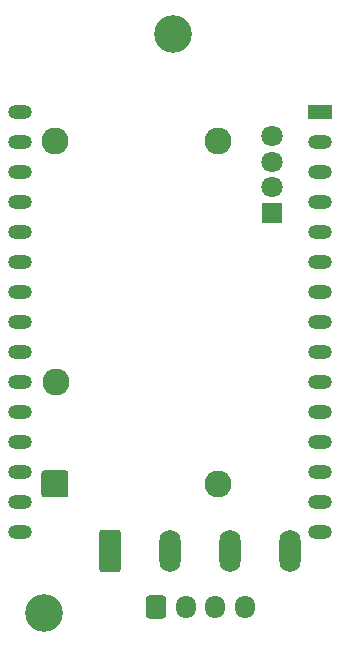
<source format=gbr>
%TF.GenerationSoftware,KiCad,Pcbnew,8.0.8+1*%
%TF.CreationDate,2025-02-28T13:13:44+11:00*%
%TF.ProjectId,vichyctl,76696368-7963-4746-9c2e-6b696361645f,rev?*%
%TF.SameCoordinates,Original*%
%TF.FileFunction,Soldermask,Bot*%
%TF.FilePolarity,Negative*%
%FSLAX46Y46*%
G04 Gerber Fmt 4.6, Leading zero omitted, Abs format (unit mm)*
G04 Created by KiCad (PCBNEW 8.0.8+1) date 2025-02-28 13:13:44*
%MOMM*%
%LPD*%
G01*
G04 APERTURE LIST*
G04 Aperture macros list*
%AMRoundRect*
0 Rectangle with rounded corners*
0 $1 Rounding radius*
0 $2 $3 $4 $5 $6 $7 $8 $9 X,Y pos of 4 corners*
0 Add a 4 corners polygon primitive as box body*
4,1,4,$2,$3,$4,$5,$6,$7,$8,$9,$2,$3,0*
0 Add four circle primitives for the rounded corners*
1,1,$1+$1,$2,$3*
1,1,$1+$1,$4,$5*
1,1,$1+$1,$6,$7*
1,1,$1+$1,$8,$9*
0 Add four rect primitives between the rounded corners*
20,1,$1+$1,$2,$3,$4,$5,0*
20,1,$1+$1,$4,$5,$6,$7,0*
20,1,$1+$1,$6,$7,$8,$9,0*
20,1,$1+$1,$8,$9,$2,$3,0*%
G04 Aperture macros list end*
%ADD10RoundRect,0.250000X-0.600000X-0.725000X0.600000X-0.725000X0.600000X0.725000X-0.600000X0.725000X0*%
%ADD11O,1.700000X1.950000*%
%ADD12RoundRect,0.250000X-0.650000X-1.550000X0.650000X-1.550000X0.650000X1.550000X-0.650000X1.550000X0*%
%ADD13O,1.800000X3.600000*%
%ADD14RoundRect,0.250000X-0.893000X-0.893000X0.893000X-0.893000X0.893000X0.893000X-0.893000X0.893000X0*%
%ADD15C,2.286000*%
%ADD16R,1.800000X1.800000*%
%ADD17C,1.800000*%
%ADD18C,3.200000*%
%ADD19R,2.000000X1.200000*%
%ADD20O,2.000000X1.200000*%
G04 APERTURE END LIST*
D10*
%TO.C,J1*%
X132962000Y-94234000D03*
D11*
X135462000Y-94234000D03*
X137962000Y-94234000D03*
X140462000Y-94234000D03*
%TD*%
D12*
%TO.C,J2*%
X129032000Y-89555000D03*
D13*
X134112000Y-89555000D03*
X139192000Y-89555000D03*
X144272000Y-89555000D03*
%TD*%
D14*
%TO.C,U1*%
X124418000Y-83842000D03*
D15*
X138218000Y-83842000D03*
X138218000Y-54842000D03*
X124418000Y-54842000D03*
X124434600Y-75184000D03*
%TD*%
D16*
%TO.C,D2*%
X142748000Y-60898000D03*
D17*
X142748000Y-58739000D03*
X142748000Y-56580000D03*
X142748000Y-54421000D03*
%TD*%
D18*
%TO.C,H2*%
X134366000Y-45720000D03*
%TD*%
%TO.C,H1*%
X123444000Y-94742000D03*
%TD*%
D19*
%TO.C,U2*%
X146812000Y-52324000D03*
D20*
X146812000Y-54864000D03*
X146812000Y-57404000D03*
X146812000Y-59944000D03*
X146812000Y-62484000D03*
X146812000Y-65024000D03*
X146812000Y-67564000D03*
X146812000Y-70104000D03*
X146812000Y-72644000D03*
X146812000Y-75184000D03*
X146812000Y-77724000D03*
X146812000Y-80264000D03*
X146812000Y-82804000D03*
X146812000Y-85344000D03*
X146812000Y-87884000D03*
X121412000Y-87884000D03*
X121412000Y-85344000D03*
X121412000Y-82804000D03*
X121412000Y-80264000D03*
X121412000Y-77724000D03*
X121412000Y-75184000D03*
X121412000Y-72644000D03*
X121412000Y-70104000D03*
X121412000Y-67564000D03*
X121412000Y-65024000D03*
X121412000Y-62484000D03*
X121412000Y-59944000D03*
X121412000Y-57404000D03*
X121412000Y-54864000D03*
X121412000Y-52324000D03*
%TD*%
M02*

</source>
